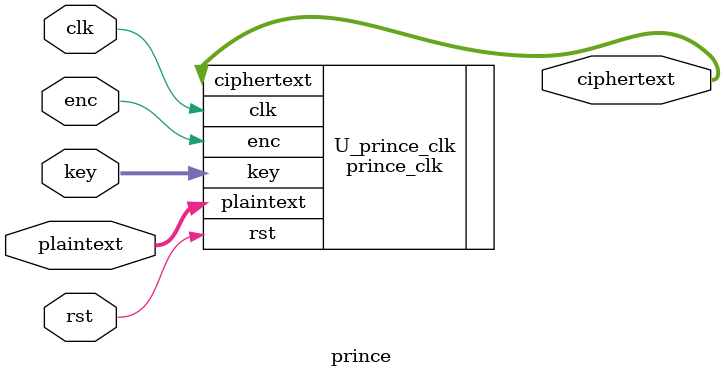
<source format=v>
module prince(clk, rst, enc, plaintext, key, ciphertext);
    input clk;
	input rst;

	input enc; 
    input [127:0] key; 
    input [63:0] plaintext;
    output [63:0] ciphertext;
    prince_clk
    U_prince_clk
    (
        .clk(clk),
        .rst(rst),
        .enc(enc), 
        .plaintext(plaintext), 
        .key(key),
        .ciphertext(ciphertext)
    );
	
endmodule
</source>
